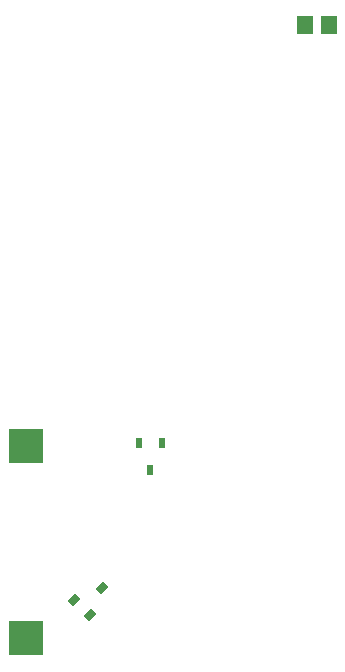
<source format=gbp>
G04 Layer_Color=128*
%FSLAX25Y25*%
%MOIN*%
G70*
G01*
G75*
G04:AMPARAMS|DCode=10|XSize=23.62mil|YSize=37.4mil|CornerRadius=0mil|HoleSize=0mil|Usage=FLASHONLY|Rotation=135.000|XOffset=0mil|YOffset=0mil|HoleType=Round|Shape=Rectangle|*
%AMROTATEDRECTD10*
4,1,4,0.02158,0.00487,-0.00487,-0.02158,-0.02158,-0.00487,0.00487,0.02158,0.02158,0.00487,0.0*
%
%ADD10ROTATEDRECTD10*%

%ADD11R,0.02362X0.03740*%
%ADD12R,0.05512X0.05906*%
%ADD13R,0.11811X0.11811*%
D10*
X-16216Y-16216D02*
D03*
X-25403Y-20113D02*
D03*
X-20113Y-25403D02*
D03*
D11*
X0Y22933D02*
D03*
X3740Y32185D02*
D03*
X-3740D02*
D03*
D12*
X59437Y171500D02*
D03*
X51563D02*
D03*
D13*
X-41500Y31000D02*
D03*
Y-33000D02*
D03*
M02*

</source>
